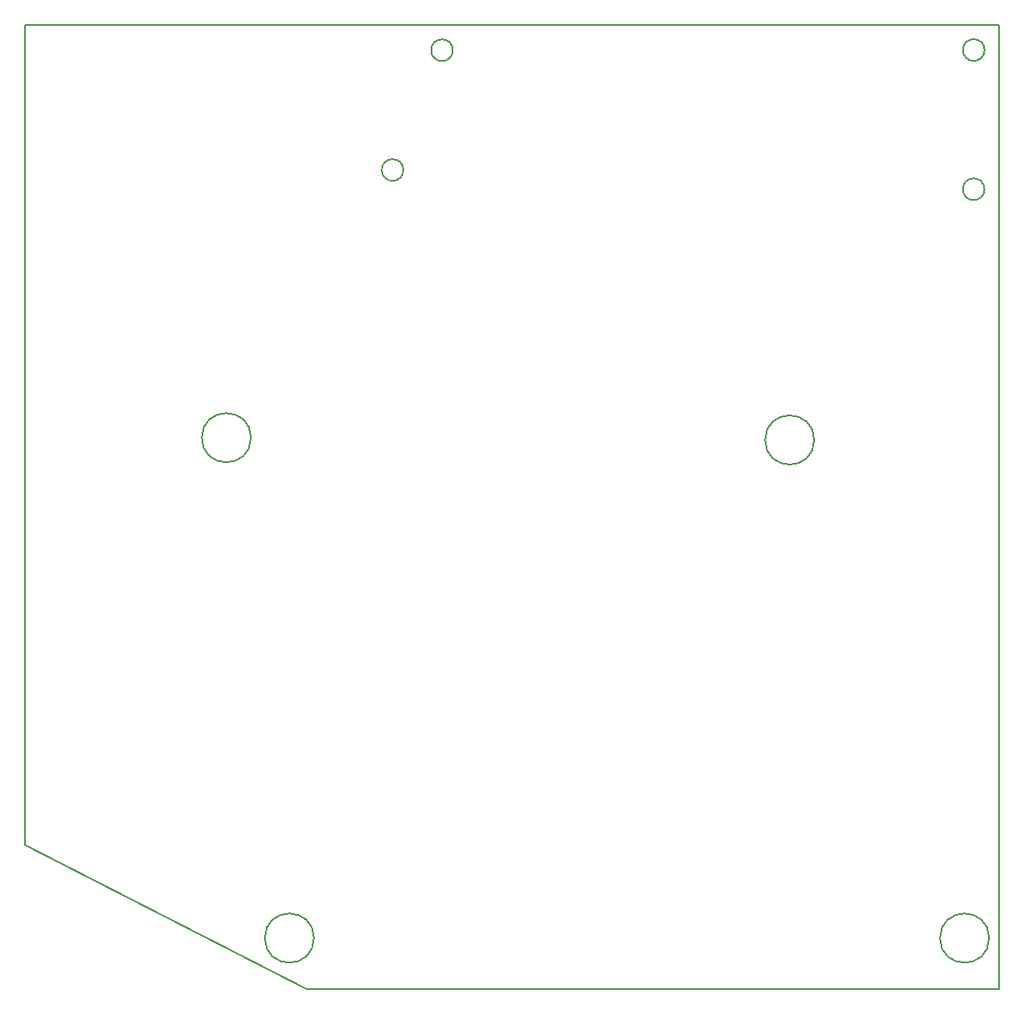
<source format=gbr>
G04 #@! TF.GenerationSoftware,KiCad,Pcbnew,(5.1.6-0-10_14)*
G04 #@! TF.CreationDate,2022-08-07T23:17:33+09:00*
G04 #@! TF.ProjectId,cool536,636f6f6c-3533-4362-9e6b-696361645f70,rev?*
G04 #@! TF.SameCoordinates,Original*
G04 #@! TF.FileFunction,Profile,NP*
%FSLAX46Y46*%
G04 Gerber Fmt 4.6, Leading zero omitted, Abs format (unit mm)*
G04 Created by KiCad (PCBNEW (5.1.6-0-10_14)) date 2022-08-07 23:17:33*
%MOMM*%
%LPD*%
G01*
G04 APERTURE LIST*
G04 #@! TA.AperFunction,Profile*
%ADD10C,0.150000*%
G04 #@! TD*
G04 APERTURE END LIST*
D10*
X67900000Y-126940000D02*
G75*
G03*
X67900000Y-126940000I-2500000J0D01*
G01*
X136510000Y-126940000D02*
G75*
G03*
X136510000Y-126940000I-2500000J0D01*
G01*
X61500000Y-76050000D02*
G75*
G03*
X61500000Y-76050000I-2500000J0D01*
G01*
X118740000Y-76280000D02*
G75*
G03*
X118740000Y-76280000I-2500000J0D01*
G01*
X82010000Y-36640000D02*
G75*
G03*
X82010000Y-36640000I-1100000J0D01*
G01*
X76990000Y-48820000D02*
G75*
G03*
X76990000Y-48820000I-1100000J0D01*
G01*
X136040000Y-50780000D02*
G75*
G03*
X136040000Y-50780000I-1100000J0D01*
G01*
X137500000Y-34080000D02*
X137500000Y-132130000D01*
X38550000Y-34080000D02*
X137500000Y-34080000D01*
X38550000Y-117510000D02*
X38550000Y-34080000D01*
X67120000Y-132130000D02*
X38550000Y-117510000D01*
X137500000Y-132130000D02*
X67120000Y-132130000D01*
X136040000Y-36620000D02*
G75*
G03*
X136040000Y-36620000I-1100000J0D01*
G01*
M02*

</source>
